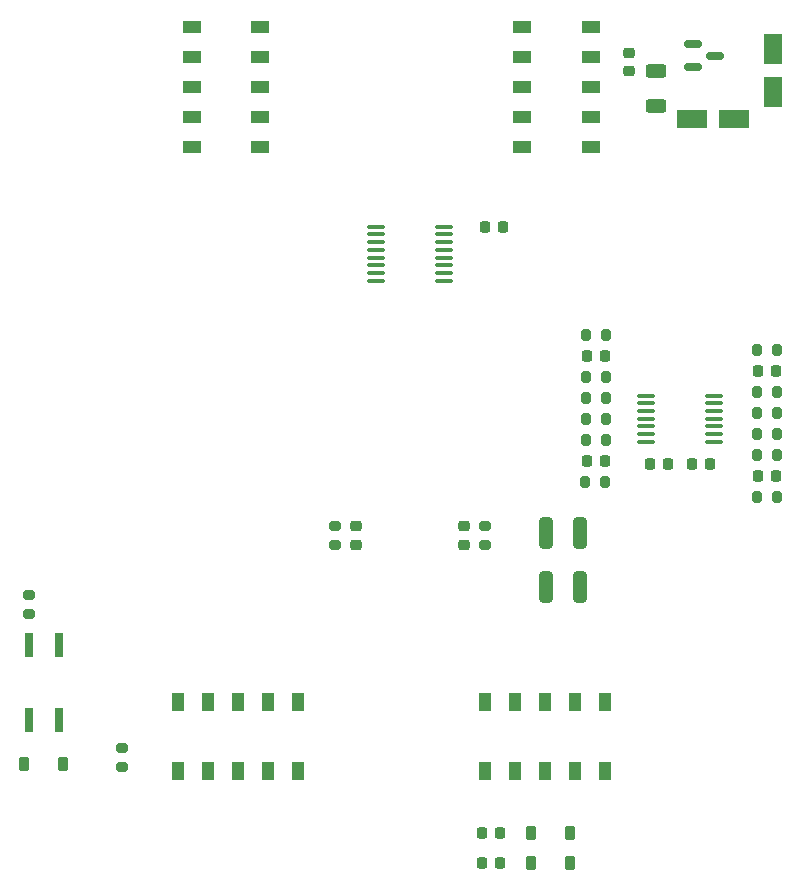
<source format=gbr>
%TF.GenerationSoftware,KiCad,Pcbnew,9.0.0*%
%TF.CreationDate,2025-03-09T14:36:42-04:00*%
%TF.ProjectId,200_Plattform,3230305f-506c-4617-9474-666f726d2e6b,A1*%
%TF.SameCoordinates,Original*%
%TF.FileFunction,Paste,Top*%
%TF.FilePolarity,Positive*%
%FSLAX45Y45*%
G04 Gerber Fmt 4.5, Leading zero omitted, Abs format (unit mm)*
G04 Created by KiCad (PCBNEW 9.0.0) date 2025-03-09 14:36:42*
%MOMM*%
%LPD*%
G01*
G04 APERTURE LIST*
G04 Aperture macros list*
%AMRoundRect*
0 Rectangle with rounded corners*
0 $1 Rounding radius*
0 $2 $3 $4 $5 $6 $7 $8 $9 X,Y pos of 4 corners*
0 Add a 4 corners polygon primitive as box body*
4,1,4,$2,$3,$4,$5,$6,$7,$8,$9,$2,$3,0*
0 Add four circle primitives for the rounded corners*
1,1,$1+$1,$2,$3*
1,1,$1+$1,$4,$5*
1,1,$1+$1,$6,$7*
1,1,$1+$1,$8,$9*
0 Add four rect primitives between the rounded corners*
20,1,$1+$1,$2,$3,$4,$5,0*
20,1,$1+$1,$4,$5,$6,$7,0*
20,1,$1+$1,$6,$7,$8,$9,0*
20,1,$1+$1,$8,$9,$2,$3,0*%
G04 Aperture macros list end*
%ADD10R,1.500000X1.000000*%
%ADD11R,1.000000X1.500000*%
%ADD12RoundRect,0.150000X-0.587500X-0.150000X0.587500X-0.150000X0.587500X0.150000X-0.587500X0.150000X0*%
%ADD13RoundRect,0.250000X1.050000X0.550000X-1.050000X0.550000X-1.050000X-0.550000X1.050000X-0.550000X0*%
%ADD14RoundRect,0.250000X0.550000X-1.050000X0.550000X1.050000X-0.550000X1.050000X-0.550000X-1.050000X0*%
%ADD15RoundRect,0.100000X-0.637500X-0.100000X0.637500X-0.100000X0.637500X0.100000X-0.637500X0.100000X0*%
%ADD16RoundRect,0.250000X-0.625000X0.312500X-0.625000X-0.312500X0.625000X-0.312500X0.625000X0.312500X0*%
%ADD17RoundRect,0.225000X0.225000X0.375000X-0.225000X0.375000X-0.225000X-0.375000X0.225000X-0.375000X0*%
%ADD18RoundRect,0.225000X-0.225000X-0.375000X0.225000X-0.375000X0.225000X0.375000X-0.225000X0.375000X0*%
%ADD19RoundRect,0.225000X-0.225000X-0.250000X0.225000X-0.250000X0.225000X0.250000X-0.225000X0.250000X0*%
%ADD20RoundRect,0.225000X0.225000X0.250000X-0.225000X0.250000X-0.225000X-0.250000X0.225000X-0.250000X0*%
%ADD21RoundRect,0.225000X0.250000X-0.225000X0.250000X0.225000X-0.250000X0.225000X-0.250000X-0.225000X0*%
%ADD22RoundRect,0.200000X0.200000X0.275000X-0.200000X0.275000X-0.200000X-0.275000X0.200000X-0.275000X0*%
%ADD23RoundRect,0.200000X-0.200000X-0.275000X0.200000X-0.275000X0.200000X0.275000X-0.200000X0.275000X0*%
%ADD24RoundRect,0.250000X0.312500X1.075000X-0.312500X1.075000X-0.312500X-1.075000X0.312500X-1.075000X0*%
%ADD25RoundRect,0.218750X0.256250X-0.218750X0.256250X0.218750X-0.256250X0.218750X-0.256250X-0.218750X0*%
%ADD26R,0.640000X2.000000*%
%ADD27RoundRect,0.200000X-0.275000X0.200000X-0.275000X-0.200000X0.275000X-0.200000X0.275000X0.200000X0*%
%ADD28RoundRect,0.200000X0.275000X-0.200000X0.275000X0.200000X-0.275000X0.200000X-0.275000X-0.200000X0*%
G04 APERTURE END LIST*
D10*
%TO.C,J13*%
X5950800Y-4990200D03*
X5950800Y-5244200D03*
X5950800Y-5498200D03*
X5950800Y-5752200D03*
X5950800Y-6006200D03*
X6530800Y-6006200D03*
X6530800Y-5752200D03*
X6530800Y-5498200D03*
X6530800Y-5244200D03*
X6530800Y-4990200D03*
%TD*%
D11*
%TO.C,J15*%
X8432800Y-11288200D03*
X8686800Y-11288200D03*
X8940800Y-11288200D03*
X9194800Y-11288200D03*
X9448800Y-11288200D03*
X9448800Y-10708200D03*
X9194800Y-10708200D03*
X8940800Y-10708200D03*
X8686800Y-10708200D03*
X8432800Y-10708200D03*
%TD*%
D10*
%TO.C,J16*%
X8750800Y-4990200D03*
X8750800Y-5244200D03*
X8750800Y-5498200D03*
X8750800Y-5752200D03*
X8750800Y-6006200D03*
X9330800Y-6006200D03*
X9330800Y-5752200D03*
X9330800Y-5498200D03*
X9330800Y-5244200D03*
X9330800Y-4990200D03*
%TD*%
D11*
%TO.C,J14*%
X5832800Y-11288200D03*
X6086800Y-11288200D03*
X6340800Y-11288200D03*
X6594800Y-11288200D03*
X6848800Y-11288200D03*
X6848800Y-10708200D03*
X6594800Y-10708200D03*
X6340800Y-10708200D03*
X6086800Y-10708200D03*
X5832800Y-10708200D03*
%TD*%
D12*
%TO.C,U3*%
X10380750Y-5232400D03*
X10193250Y-5327400D03*
X10193250Y-5137400D03*
%TD*%
D13*
%TO.C,C8*%
X10543200Y-5765800D03*
X10183200Y-5765800D03*
%TD*%
D14*
%TO.C,C7*%
X10871200Y-5539400D03*
X10871200Y-5179400D03*
%TD*%
D15*
%TO.C,U2*%
X9797550Y-8110800D03*
X9797550Y-8175800D03*
X9797550Y-8240800D03*
X9797550Y-8305800D03*
X9797550Y-8370800D03*
X9797550Y-8435800D03*
X9797550Y-8500800D03*
X10370050Y-8500800D03*
X10370050Y-8435800D03*
X10370050Y-8370800D03*
X10370050Y-8305800D03*
X10370050Y-8240800D03*
X10370050Y-8175800D03*
X10370050Y-8110800D03*
%TD*%
D16*
%TO.C,R19*%
X9880600Y-5365550D03*
X9880600Y-5658050D03*
%TD*%
D17*
%TO.C,D5*%
X9156600Y-11811000D03*
X8826600Y-11811000D03*
%TD*%
D18*
%TO.C,D4*%
X8826600Y-12065000D03*
X9156600Y-12065000D03*
%TD*%
D19*
%TO.C,C10*%
X8407400Y-11811000D03*
X8562400Y-11811000D03*
%TD*%
D20*
%TO.C,C9*%
X8561100Y-12065000D03*
X8406100Y-12065000D03*
%TD*%
D21*
%TO.C,C11*%
X9652000Y-5362000D03*
X9652000Y-5207000D03*
%TD*%
D20*
%TO.C,C6*%
X10339100Y-8686800D03*
X10184100Y-8686800D03*
%TD*%
%TO.C,C5*%
X9984800Y-8686800D03*
X9829800Y-8686800D03*
%TD*%
D19*
%TO.C,C4*%
X10742900Y-7899400D03*
X10897900Y-7899400D03*
%TD*%
D22*
%TO.C,R11*%
X10902900Y-8255000D03*
X10737900Y-8255000D03*
%TD*%
%TO.C,R14*%
X10902900Y-8610600D03*
X10737900Y-8610600D03*
%TD*%
D23*
%TO.C,R7*%
X9290100Y-7594600D03*
X9455100Y-7594600D03*
%TD*%
%TO.C,R12*%
X10737900Y-8432800D03*
X10902900Y-8432800D03*
%TD*%
D24*
%TO.C,R3*%
X9239450Y-9728200D03*
X8946950Y-9728200D03*
%TD*%
D25*
%TO.C,D3*%
X8255000Y-9375150D03*
X8255000Y-9217650D03*
%TD*%
D22*
%TO.C,R8*%
X9455100Y-8305800D03*
X9290100Y-8305800D03*
%TD*%
D20*
%TO.C,C2*%
X9450100Y-8661400D03*
X9295100Y-8661400D03*
%TD*%
D22*
%TO.C,R10*%
X9455100Y-8483600D03*
X9290100Y-8483600D03*
%TD*%
D26*
%TO.C,U1*%
X4572000Y-10856000D03*
X4826000Y-10856000D03*
X4826000Y-10226000D03*
X4572000Y-10226000D03*
%TD*%
D23*
%TO.C,R5*%
X9290100Y-7950200D03*
X9455100Y-7950200D03*
%TD*%
%TO.C,R16*%
X10737900Y-7721600D03*
X10902900Y-7721600D03*
%TD*%
%TO.C,R13*%
X10737900Y-8966200D03*
X10902900Y-8966200D03*
%TD*%
D22*
%TO.C,R15*%
X10902900Y-8077200D03*
X10737900Y-8077200D03*
%TD*%
D27*
%TO.C,R17*%
X7162800Y-9213900D03*
X7162800Y-9378900D03*
%TD*%
D24*
%TO.C,R4*%
X9239450Y-9271000D03*
X8946950Y-9271000D03*
%TD*%
D15*
%TO.C,U4*%
X7511550Y-6681300D03*
X7511550Y-6746300D03*
X7511550Y-6811300D03*
X7511550Y-6876300D03*
X7511550Y-6941300D03*
X7511550Y-7006300D03*
X7511550Y-7071300D03*
X7511550Y-7136300D03*
X8084050Y-7136300D03*
X8084050Y-7071300D03*
X8084050Y-7006300D03*
X8084050Y-6941300D03*
X8084050Y-6876300D03*
X8084050Y-6811300D03*
X8084050Y-6746300D03*
X8084050Y-6681300D03*
%TD*%
D22*
%TO.C,R6*%
X9455100Y-8128000D03*
X9290100Y-8128000D03*
%TD*%
D19*
%TO.C,C1*%
X9295100Y-7772400D03*
X9450100Y-7772400D03*
%TD*%
%TO.C,C3*%
X10742900Y-8788400D03*
X10897900Y-8788400D03*
%TD*%
D27*
%TO.C,R18*%
X8432800Y-9213900D03*
X8432800Y-9378900D03*
%TD*%
D28*
%TO.C,R2*%
X4572000Y-9963100D03*
X4572000Y-9798100D03*
%TD*%
D19*
%TO.C,C12*%
X8431500Y-6680200D03*
X8586500Y-6680200D03*
%TD*%
D23*
%TO.C,R9*%
X9283800Y-8839200D03*
X9448800Y-8839200D03*
%TD*%
D18*
%TO.C,D1*%
X4534000Y-11226800D03*
X4864000Y-11226800D03*
%TD*%
D25*
%TO.C,D2*%
X7340600Y-9375150D03*
X7340600Y-9217650D03*
%TD*%
D28*
%TO.C,R1*%
X5359400Y-11258500D03*
X5359400Y-11093500D03*
%TD*%
M02*

</source>
